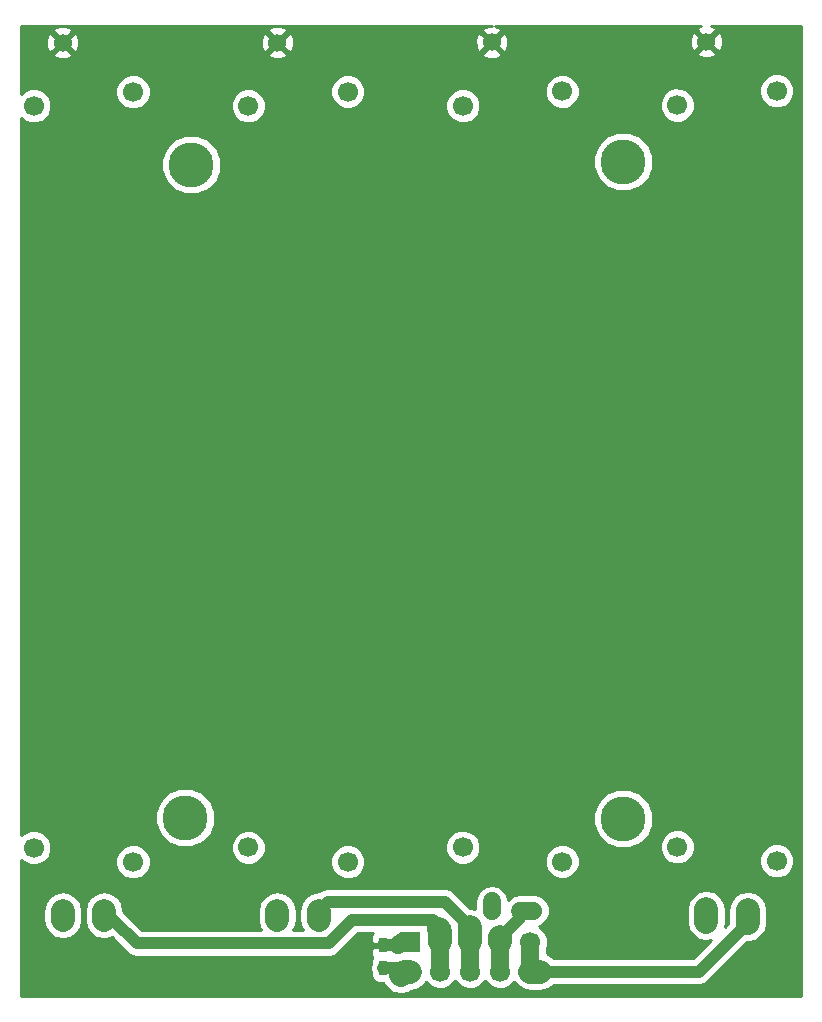
<source format=gbr>
G04 #@! TF.FileFunction,Copper,L1,Top,Signal*
%FSLAX46Y46*%
G04 Gerber Fmt 4.6, Leading zero omitted, Abs format (unit mm)*
G04 Created by KiCad (PCBNEW 4.0.4-stable) date 03/03/17 01:36:37*
%MOMM*%
%LPD*%
G01*
G04 APERTURE LIST*
%ADD10C,0.100000*%
%ADD11R,0.750000X1.200000*%
%ADD12R,1.700000X1.700000*%
%ADD13C,1.700000*%
%ADD14C,1.524000*%
%ADD15C,3.800000*%
%ADD16C,2.000000*%
%ADD17C,1.500000*%
%ADD18C,1.000000*%
%ADD19C,0.254000*%
G04 APERTURE END LIST*
D10*
D11*
X31362000Y3114000D03*
X31362000Y5014000D03*
D12*
X33648000Y5334000D03*
D13*
X33648000Y2794000D03*
X36188000Y5334000D03*
X36188000Y2794000D03*
X38728000Y5334000D03*
X38728000Y2794000D03*
X41268000Y5334000D03*
X41268000Y2794000D03*
X43808000Y5334000D03*
X43808000Y2794000D03*
D14*
X7728400Y7942200D03*
X4228400Y7942200D03*
X4228400Y81442200D03*
D13*
X1778400Y13292200D03*
X10178400Y12092200D03*
X10178400Y77292200D03*
X1778400Y76092200D03*
D14*
X25895800Y7950200D03*
X22395800Y7950200D03*
X22395800Y81450200D03*
D13*
X19945800Y13300200D03*
X28345800Y12100200D03*
X28345800Y77300200D03*
X19945800Y76100200D03*
D14*
X44056800Y7957800D03*
X40556800Y7957800D03*
X40556800Y81457800D03*
D13*
X38106800Y13307800D03*
X46506800Y12107800D03*
X46506800Y77307800D03*
X38106800Y76107800D03*
D14*
X62217800Y8008600D03*
X58717800Y8008600D03*
X58717800Y81508600D03*
D13*
X56267800Y13358600D03*
X64667800Y12158600D03*
X64667800Y77358600D03*
X56267800Y76158600D03*
D15*
X15106000Y71120000D03*
X51682000Y71374000D03*
X51682000Y15748000D03*
X14598000Y15832999D03*
D16*
X58717800Y8008600D02*
X58717800Y7017800D01*
X22395800Y7950200D02*
X22395800Y7174200D01*
X22395800Y7174200D02*
X22400000Y7170000D01*
X4228400Y7942200D02*
X4228400Y7191600D01*
X4228400Y7191600D02*
X4240000Y7180000D01*
X33648000Y2794000D02*
X33114000Y2794000D01*
X33114000Y2794000D02*
X32840000Y2520000D01*
X58717800Y8008600D02*
X58717800Y8062200D01*
D17*
X40556800Y7957800D02*
X40556800Y8726800D01*
X40556800Y8726800D02*
X40560000Y8730000D01*
D18*
X33328000Y3114000D02*
X33648000Y2794000D01*
X31362000Y3114000D02*
X33328000Y3114000D01*
X31362000Y5014000D02*
X32610000Y5014000D01*
D17*
X33648000Y5334000D02*
X32930000Y5334000D01*
X32930000Y5334000D02*
X32610000Y5014000D01*
X36188000Y5334000D02*
X36188000Y2794000D01*
D18*
X10500610Y5169990D02*
X8490399Y7180201D01*
X26738432Y5169990D02*
X10500610Y5169990D01*
X28752443Y7184001D02*
X26738432Y5169990D01*
X35540080Y7184001D02*
X28752443Y7184001D01*
X8490399Y7180201D02*
X7728400Y7942200D01*
X36188000Y6536081D02*
X35540080Y7184001D01*
X36188000Y5334000D02*
X36188000Y6536081D01*
D16*
X7728400Y7942200D02*
X7728400Y7198400D01*
X7728400Y7198400D02*
X7710000Y7180000D01*
X36188000Y5334000D02*
X36188000Y6247641D01*
X36188000Y6247641D02*
X36043780Y6391861D01*
D17*
X38728000Y5334000D02*
X38728000Y2794000D01*
D16*
X25895800Y7184200D02*
X25910000Y7170000D01*
X25895800Y7950200D02*
X25895800Y7184200D01*
X38728000Y5334000D02*
X38728000Y6536081D01*
D18*
X38728000Y6536081D02*
X36551882Y8712199D01*
X26657799Y8712199D02*
X25895800Y7950200D01*
X36551882Y8712199D02*
X26657799Y8712199D01*
D17*
X41268000Y5334000D02*
X41268000Y2794000D01*
D18*
X42979170Y7333612D02*
X42979170Y7957800D01*
X41268000Y5622442D02*
X42979170Y7333612D01*
X41268000Y5334000D02*
X41268000Y5622442D01*
D17*
X44056800Y7957800D02*
X42979170Y7957800D01*
D16*
X41268000Y5334000D02*
X41268000Y5695799D01*
D17*
X43808000Y5334000D02*
X43808000Y2794000D01*
D16*
X62217800Y8008600D02*
X62217800Y6930970D01*
D18*
X43808000Y2794000D02*
X58080830Y2794000D01*
X58080830Y2794000D02*
X62217800Y6930970D01*
D16*
X43808000Y2794000D02*
X44670000Y2794000D01*
D19*
G36*
X22048432Y82831562D02*
X21664657Y82672597D01*
X21595192Y82430413D01*
X22395800Y81629805D01*
X23196408Y82430413D01*
X23126943Y82672597D01*
X22612871Y82856000D01*
X40545844Y82856000D01*
X40209432Y82839162D01*
X39825657Y82680197D01*
X39756192Y82438013D01*
X40556800Y81637405D01*
X41357408Y82438013D01*
X41287943Y82680197D01*
X40795174Y82856000D01*
X58288441Y82856000D01*
X57986657Y82730997D01*
X57917192Y82488813D01*
X58717800Y81688205D01*
X59518408Y82488813D01*
X59448943Y82730997D01*
X59098564Y82856000D01*
X66720000Y82856000D01*
X66720000Y710000D01*
X700000Y710000D01*
X700000Y7191600D01*
X2593399Y7191600D01*
X2717857Y6565912D01*
X3072280Y6035480D01*
X3083880Y6023880D01*
X3614312Y5669457D01*
X4240000Y5544999D01*
X4865688Y5669457D01*
X5396120Y6023880D01*
X5750543Y6554312D01*
X5875001Y7180000D01*
X6074999Y7180000D01*
X6199457Y6554312D01*
X6553880Y6023880D01*
X7084312Y5669457D01*
X7710000Y5544999D01*
X8335688Y5669457D01*
X8371849Y5693619D01*
X9698044Y4367424D01*
X10066265Y4121386D01*
X10500610Y4034990D01*
X26738432Y4034990D01*
X27172778Y4121387D01*
X27540998Y4367424D01*
X29222575Y6049001D01*
X30523976Y6049001D01*
X30448673Y5973698D01*
X30352000Y5740309D01*
X30352000Y5299750D01*
X30510750Y5141000D01*
X31235000Y5141000D01*
X31235000Y5161000D01*
X31489000Y5161000D01*
X31489000Y5141000D01*
X31509000Y5141000D01*
X31509000Y4887000D01*
X31489000Y4887000D01*
X31489000Y4867000D01*
X31235000Y4867000D01*
X31235000Y4887000D01*
X30510750Y4887000D01*
X30352000Y4728250D01*
X30352000Y4287691D01*
X30448673Y4054302D01*
X30450043Y4052932D01*
X30390569Y3965890D01*
X30339560Y3714000D01*
X30339560Y3587502D01*
X30313397Y3548346D01*
X30227000Y3114000D01*
X30313397Y2679654D01*
X30339560Y2640498D01*
X30339560Y2514000D01*
X30383838Y2278683D01*
X30522910Y2062559D01*
X30735110Y1917569D01*
X30987000Y1866560D01*
X31348000Y1866560D01*
X31683880Y1363880D01*
X32214312Y1009457D01*
X32840000Y884999D01*
X33465688Y1009457D01*
X33707084Y1170753D01*
X34273687Y1283457D01*
X34804120Y1637880D01*
X34980426Y1901741D01*
X35345717Y1535812D01*
X35891319Y1309258D01*
X36482089Y1308743D01*
X37028086Y1534344D01*
X37446188Y1951717D01*
X37457748Y1979557D01*
X37468344Y1953914D01*
X37885717Y1535812D01*
X38431319Y1309258D01*
X39022089Y1308743D01*
X39568086Y1534344D01*
X39986188Y1951717D01*
X39997748Y1979557D01*
X40008344Y1953914D01*
X40425717Y1535812D01*
X40971319Y1309258D01*
X41562089Y1308743D01*
X42108086Y1534344D01*
X42475794Y1901411D01*
X42651880Y1637880D01*
X43182313Y1283457D01*
X43808000Y1159000D01*
X44670000Y1159000D01*
X45295687Y1283457D01*
X45826120Y1637880D01*
X45840232Y1659000D01*
X58080830Y1659000D01*
X58515176Y1745397D01*
X58883396Y1991434D01*
X62192887Y5300925D01*
X62217800Y5295970D01*
X62843487Y5420427D01*
X63373920Y5774850D01*
X63728343Y6305283D01*
X63852800Y6930970D01*
X63852800Y8008600D01*
X63728343Y8634287D01*
X63373920Y9164720D01*
X62843487Y9519143D01*
X62217800Y9643600D01*
X61592113Y9519143D01*
X61061680Y9164720D01*
X60707257Y8634287D01*
X60582800Y8008600D01*
X60582800Y6930970D01*
X60587755Y6906057D01*
X60266714Y6585016D01*
X60352800Y7017800D01*
X60352800Y8062200D01*
X60228343Y8687887D01*
X59873920Y9218320D01*
X59343487Y9572743D01*
X58717800Y9697200D01*
X58092113Y9572743D01*
X57561680Y9218320D01*
X57207257Y8687887D01*
X57082800Y8062200D01*
X57082800Y7017800D01*
X57207257Y6392113D01*
X57561680Y5861680D01*
X58092113Y5507257D01*
X58717800Y5382800D01*
X59150584Y5468886D01*
X57610698Y3929000D01*
X45840232Y3929000D01*
X45826120Y3950120D01*
X45295687Y4304543D01*
X45193000Y4324969D01*
X45193000Y4797114D01*
X45292742Y5037319D01*
X45293257Y5628089D01*
X45067656Y6174086D01*
X44650283Y6592188D01*
X44530444Y6641950D01*
X44847103Y6772790D01*
X45240429Y7165430D01*
X45453557Y7678700D01*
X45454042Y8234461D01*
X45241810Y8748103D01*
X44849170Y9141429D01*
X44335900Y9354557D01*
X43780139Y9355042D01*
X43750511Y9342800D01*
X42979170Y9342800D01*
X42449153Y9237373D01*
X41999827Y8937143D01*
X41925826Y8826393D01*
X41839573Y9260016D01*
X41539343Y9709343D01*
X41090016Y10009573D01*
X40560000Y10115000D01*
X40029984Y10009573D01*
X39580657Y9709343D01*
X39577457Y9706143D01*
X39277227Y9256817D01*
X39171800Y8726800D01*
X39171800Y8265214D01*
X39160043Y8236900D01*
X39159911Y8085169D01*
X38728000Y8171081D01*
X38703087Y8166126D01*
X37354448Y9514765D01*
X37267678Y9572743D01*
X36986228Y9760802D01*
X36551882Y9847199D01*
X26657799Y9847199D01*
X26223453Y9760802D01*
X25945770Y9575260D01*
X25895800Y9585200D01*
X25270113Y9460743D01*
X24739680Y9106320D01*
X24385257Y8575887D01*
X24260800Y7950200D01*
X24260800Y7184205D01*
X24260799Y7184200D01*
X24385257Y6558512D01*
X24554655Y6304990D01*
X23750633Y6304990D01*
X23910543Y6544312D01*
X24035001Y7170000D01*
X24030800Y7191120D01*
X24030800Y7950200D01*
X23906343Y8575887D01*
X23551920Y9106320D01*
X23021487Y9460743D01*
X22395800Y9585200D01*
X21770113Y9460743D01*
X21239680Y9106320D01*
X20885257Y8575887D01*
X20760800Y7950200D01*
X20760800Y7174205D01*
X20760799Y7174200D01*
X20885257Y6548512D01*
X21047973Y6304990D01*
X10970742Y6304990D01*
X9363400Y7912332D01*
X9363400Y7942200D01*
X9238943Y8567887D01*
X8884520Y9098320D01*
X8354087Y9452743D01*
X7728400Y9577200D01*
X7102713Y9452743D01*
X6572280Y9098320D01*
X6217857Y8567887D01*
X6093400Y7942200D01*
X6093400Y7272507D01*
X6074999Y7180000D01*
X5875001Y7180000D01*
X5863400Y7238322D01*
X5863400Y7942200D01*
X5738943Y8567887D01*
X5384520Y9098320D01*
X4854087Y9452743D01*
X4228400Y9577200D01*
X3602713Y9452743D01*
X3072280Y9098320D01*
X2717857Y8567887D01*
X2593400Y7942200D01*
X2593400Y7191605D01*
X2593399Y7191600D01*
X700000Y7191600D01*
X700000Y11798111D01*
X8693143Y11798111D01*
X8918744Y11252114D01*
X9336117Y10834012D01*
X9881719Y10607458D01*
X10472489Y10606943D01*
X11018486Y10832544D01*
X11436588Y11249917D01*
X11663142Y11795519D01*
X11663151Y11806111D01*
X26860543Y11806111D01*
X27086144Y11260114D01*
X27503517Y10842012D01*
X28049119Y10615458D01*
X28639889Y10614943D01*
X29185886Y10840544D01*
X29603988Y11257917D01*
X29830542Y11803519D01*
X29830550Y11813711D01*
X45021543Y11813711D01*
X45247144Y11267714D01*
X45664517Y10849612D01*
X46210119Y10623058D01*
X46800889Y10622543D01*
X47346886Y10848144D01*
X47764988Y11265517D01*
X47991542Y11811119D01*
X47991588Y11864511D01*
X63182543Y11864511D01*
X63408144Y11318514D01*
X63825517Y10900412D01*
X64371119Y10673858D01*
X64961889Y10673343D01*
X65507886Y10898944D01*
X65925988Y11316317D01*
X66152542Y11861919D01*
X66153057Y12452689D01*
X65927456Y12998686D01*
X65510083Y13416788D01*
X64964481Y13643342D01*
X64373711Y13643857D01*
X63827714Y13418256D01*
X63409612Y13000883D01*
X63183058Y12455281D01*
X63182543Y11864511D01*
X47991588Y11864511D01*
X47992057Y12401889D01*
X47766456Y12947886D01*
X47650035Y13064511D01*
X54782543Y13064511D01*
X55008144Y12518514D01*
X55425517Y12100412D01*
X55971119Y11873858D01*
X56561889Y11873343D01*
X57107886Y12098944D01*
X57525988Y12516317D01*
X57752542Y13061919D01*
X57753057Y13652689D01*
X57527456Y14198686D01*
X57110083Y14616788D01*
X56564481Y14843342D01*
X55973711Y14843857D01*
X55427714Y14618256D01*
X55009612Y14200883D01*
X54783058Y13655281D01*
X54782543Y13064511D01*
X47650035Y13064511D01*
X47349083Y13365988D01*
X46803481Y13592542D01*
X46212711Y13593057D01*
X45666714Y13367456D01*
X45248612Y12950083D01*
X45022058Y12404481D01*
X45021543Y11813711D01*
X29830550Y11813711D01*
X29831057Y12394289D01*
X29605456Y12940286D01*
X29532160Y13013711D01*
X36621543Y13013711D01*
X36847144Y12467714D01*
X37264517Y12049612D01*
X37810119Y11823058D01*
X38400889Y11822543D01*
X38946886Y12048144D01*
X39364988Y12465517D01*
X39591542Y13011119D01*
X39592057Y13601889D01*
X39366456Y14147886D01*
X38949083Y14565988D01*
X38403481Y14792542D01*
X37812711Y14793057D01*
X37266714Y14567456D01*
X36848612Y14150083D01*
X36622058Y13604481D01*
X36621543Y13013711D01*
X29532160Y13013711D01*
X29188083Y13358388D01*
X28642481Y13584942D01*
X28051711Y13585457D01*
X27505714Y13359856D01*
X27087612Y12942483D01*
X26861058Y12396881D01*
X26860543Y11806111D01*
X11663151Y11806111D01*
X11663657Y12386289D01*
X11438056Y12932286D01*
X11364360Y13006111D01*
X18460543Y13006111D01*
X18686144Y12460114D01*
X19103517Y12042012D01*
X19649119Y11815458D01*
X20239889Y11814943D01*
X20785886Y12040544D01*
X21203988Y12457917D01*
X21430542Y13003519D01*
X21431057Y13594289D01*
X21205456Y14140286D01*
X20788083Y14558388D01*
X20242481Y14784942D01*
X19651711Y14785457D01*
X19105714Y14559856D01*
X18687612Y14142483D01*
X18461058Y13596881D01*
X18460543Y13006111D01*
X11364360Y13006111D01*
X11020683Y13350388D01*
X10475081Y13576942D01*
X9884311Y13577457D01*
X9338314Y13351856D01*
X8920212Y12934483D01*
X8693658Y12388881D01*
X8693143Y11798111D01*
X700000Y11798111D01*
X700000Y12270541D01*
X936117Y12034012D01*
X1481719Y11807458D01*
X2072489Y11806943D01*
X2618486Y12032544D01*
X3036588Y12449917D01*
X3263142Y12995519D01*
X3263657Y13586289D01*
X3038056Y14132286D01*
X2620683Y14550388D01*
X2075081Y14776942D01*
X1484311Y14777457D01*
X938314Y14551856D01*
X700000Y14313958D01*
X700000Y15330968D01*
X12062561Y15330968D01*
X12447678Y14398913D01*
X13160163Y13685183D01*
X14091545Y13298440D01*
X15100031Y13297560D01*
X16032086Y13682677D01*
X16745816Y14395162D01*
X17099101Y15245969D01*
X49146561Y15245969D01*
X49531678Y14313914D01*
X50244163Y13600184D01*
X51175545Y13213441D01*
X52184031Y13212561D01*
X53116086Y13597678D01*
X53829816Y14310163D01*
X54216559Y15241545D01*
X54217439Y16250031D01*
X53832322Y17182086D01*
X53119837Y17895816D01*
X52188455Y18282559D01*
X51179969Y18283439D01*
X50247914Y17898322D01*
X49534184Y17185837D01*
X49147441Y16254455D01*
X49146561Y15245969D01*
X17099101Y15245969D01*
X17132559Y15326544D01*
X17133439Y16335030D01*
X16748322Y17267085D01*
X16035837Y17980815D01*
X15104455Y18367558D01*
X14095969Y18368438D01*
X13163914Y17983321D01*
X12450184Y17270836D01*
X12063441Y16339454D01*
X12062561Y15330968D01*
X700000Y15330968D01*
X700000Y70617969D01*
X12570561Y70617969D01*
X12955678Y69685914D01*
X13668163Y68972184D01*
X14599545Y68585441D01*
X15608031Y68584561D01*
X16540086Y68969678D01*
X17253816Y69682163D01*
X17640559Y70613545D01*
X17640784Y70871969D01*
X49146561Y70871969D01*
X49531678Y69939914D01*
X50244163Y69226184D01*
X51175545Y68839441D01*
X52184031Y68838561D01*
X53116086Y69223678D01*
X53829816Y69936163D01*
X54216559Y70867545D01*
X54217439Y71876031D01*
X53832322Y72808086D01*
X53119837Y73521816D01*
X52188455Y73908559D01*
X51179969Y73909439D01*
X50247914Y73524322D01*
X49534184Y72811837D01*
X49147441Y71880455D01*
X49146561Y70871969D01*
X17640784Y70871969D01*
X17641439Y71622031D01*
X17256322Y72554086D01*
X16543837Y73267816D01*
X15612455Y73654559D01*
X14603969Y73655439D01*
X13671914Y73270322D01*
X12958184Y72557837D01*
X12571441Y71626455D01*
X12570561Y70617969D01*
X700000Y70617969D01*
X700000Y75070541D01*
X936117Y74834012D01*
X1481719Y74607458D01*
X2072489Y74606943D01*
X2618486Y74832544D01*
X3036588Y75249917D01*
X3263142Y75795519D01*
X3263151Y75806111D01*
X18460543Y75806111D01*
X18686144Y75260114D01*
X19103517Y74842012D01*
X19649119Y74615458D01*
X20239889Y74614943D01*
X20785886Y74840544D01*
X21203988Y75257917D01*
X21430542Y75803519D01*
X21430550Y75813711D01*
X36621543Y75813711D01*
X36847144Y75267714D01*
X37264517Y74849612D01*
X37810119Y74623058D01*
X38400889Y74622543D01*
X38946886Y74848144D01*
X39364988Y75265517D01*
X39591542Y75811119D01*
X39592057Y76401889D01*
X39366456Y76947886D01*
X39300746Y77013711D01*
X45021543Y77013711D01*
X45247144Y76467714D01*
X45664517Y76049612D01*
X46210119Y75823058D01*
X46800889Y75822543D01*
X46902459Y75864511D01*
X54782543Y75864511D01*
X55008144Y75318514D01*
X55425517Y74900412D01*
X55971119Y74673858D01*
X56561889Y74673343D01*
X57107886Y74898944D01*
X57525988Y75316317D01*
X57752542Y75861919D01*
X57753057Y76452689D01*
X57527456Y76998686D01*
X57461746Y77064511D01*
X63182543Y77064511D01*
X63408144Y76518514D01*
X63825517Y76100412D01*
X64371119Y75873858D01*
X64961889Y75873343D01*
X65507886Y76098944D01*
X65925988Y76516317D01*
X66152542Y77061919D01*
X66153057Y77652689D01*
X65927456Y78198686D01*
X65510083Y78616788D01*
X64964481Y78843342D01*
X64373711Y78843857D01*
X63827714Y78618256D01*
X63409612Y78200883D01*
X63183058Y77655281D01*
X63182543Y77064511D01*
X57461746Y77064511D01*
X57110083Y77416788D01*
X56564481Y77643342D01*
X55973711Y77643857D01*
X55427714Y77418256D01*
X55009612Y77000883D01*
X54783058Y76455281D01*
X54782543Y75864511D01*
X46902459Y75864511D01*
X47346886Y76048144D01*
X47764988Y76465517D01*
X47991542Y77011119D01*
X47992057Y77601889D01*
X47766456Y78147886D01*
X47349083Y78565988D01*
X46803481Y78792542D01*
X46212711Y78793057D01*
X45666714Y78567456D01*
X45248612Y78150083D01*
X45022058Y77604481D01*
X45021543Y77013711D01*
X39300746Y77013711D01*
X38949083Y77365988D01*
X38403481Y77592542D01*
X37812711Y77593057D01*
X37266714Y77367456D01*
X36848612Y76950083D01*
X36622058Y76404481D01*
X36621543Y75813711D01*
X21430550Y75813711D01*
X21431057Y76394289D01*
X21205456Y76940286D01*
X21139746Y77006111D01*
X26860543Y77006111D01*
X27086144Y76460114D01*
X27503517Y76042012D01*
X28049119Y75815458D01*
X28639889Y75814943D01*
X29185886Y76040544D01*
X29603988Y76457917D01*
X29830542Y77003519D01*
X29831057Y77594289D01*
X29605456Y78140286D01*
X29188083Y78558388D01*
X28642481Y78784942D01*
X28051711Y78785457D01*
X27505714Y78559856D01*
X27087612Y78142483D01*
X26861058Y77596881D01*
X26860543Y77006111D01*
X21139746Y77006111D01*
X20788083Y77358388D01*
X20242481Y77584942D01*
X19651711Y77585457D01*
X19105714Y77359856D01*
X18687612Y76942483D01*
X18461058Y76396881D01*
X18460543Y75806111D01*
X3263151Y75806111D01*
X3263657Y76386289D01*
X3038056Y76932286D01*
X2972346Y76998111D01*
X8693143Y76998111D01*
X8918744Y76452114D01*
X9336117Y76034012D01*
X9881719Y75807458D01*
X10472489Y75806943D01*
X11018486Y76032544D01*
X11436588Y76449917D01*
X11663142Y76995519D01*
X11663657Y77586289D01*
X11438056Y78132286D01*
X11020683Y78550388D01*
X10475081Y78776942D01*
X9884311Y78777457D01*
X9338314Y78551856D01*
X8920212Y78134483D01*
X8693658Y77588881D01*
X8693143Y76998111D01*
X2972346Y76998111D01*
X2620683Y77350388D01*
X2075081Y77576942D01*
X1484311Y77577457D01*
X938314Y77351856D01*
X700000Y77113958D01*
X700000Y80461987D01*
X3427792Y80461987D01*
X3497257Y80219803D01*
X4020702Y80033056D01*
X4575768Y80060838D01*
X4959543Y80219803D01*
X5029008Y80461987D01*
X5021008Y80469987D01*
X21595192Y80469987D01*
X21664657Y80227803D01*
X22188102Y80041056D01*
X22743168Y80068838D01*
X23126943Y80227803D01*
X23196408Y80469987D01*
X23188808Y80477587D01*
X39756192Y80477587D01*
X39825657Y80235403D01*
X40349102Y80048656D01*
X40904168Y80076438D01*
X41287943Y80235403D01*
X41357408Y80477587D01*
X41306608Y80528387D01*
X57917192Y80528387D01*
X57986657Y80286203D01*
X58510102Y80099456D01*
X59065168Y80127238D01*
X59448943Y80286203D01*
X59518408Y80528387D01*
X58717800Y81328995D01*
X57917192Y80528387D01*
X41306608Y80528387D01*
X40556800Y81278195D01*
X39756192Y80477587D01*
X23188808Y80477587D01*
X22395800Y81270595D01*
X21595192Y80469987D01*
X5021008Y80469987D01*
X4228400Y81262595D01*
X3427792Y80461987D01*
X700000Y80461987D01*
X700000Y81649898D01*
X2819256Y81649898D01*
X2847038Y81094832D01*
X3006003Y80711057D01*
X3248187Y80641592D01*
X4048795Y81442200D01*
X4408005Y81442200D01*
X5208613Y80641592D01*
X5450797Y80711057D01*
X5637544Y81234502D01*
X5616353Y81657898D01*
X20986656Y81657898D01*
X21014438Y81102832D01*
X21173403Y80719057D01*
X21415587Y80649592D01*
X22216195Y81450200D01*
X22575405Y81450200D01*
X23376013Y80649592D01*
X23618197Y80719057D01*
X23804944Y81242502D01*
X23783773Y81665498D01*
X39147656Y81665498D01*
X39175438Y81110432D01*
X39334403Y80726657D01*
X39576587Y80657192D01*
X40377195Y81457800D01*
X40736405Y81457800D01*
X41537013Y80657192D01*
X41779197Y80726657D01*
X41965944Y81250102D01*
X41942611Y81716298D01*
X57308656Y81716298D01*
X57336438Y81161232D01*
X57495403Y80777457D01*
X57737587Y80707992D01*
X58538195Y81508600D01*
X58897405Y81508600D01*
X59698013Y80707992D01*
X59940197Y80777457D01*
X60126944Y81300902D01*
X60099162Y81855968D01*
X59940197Y82239743D01*
X59698013Y82309208D01*
X58897405Y81508600D01*
X58538195Y81508600D01*
X57737587Y82309208D01*
X57495403Y82239743D01*
X57308656Y81716298D01*
X41942611Y81716298D01*
X41938162Y81805168D01*
X41779197Y82188943D01*
X41537013Y82258408D01*
X40736405Y81457800D01*
X40377195Y81457800D01*
X39576587Y82258408D01*
X39334403Y82188943D01*
X39147656Y81665498D01*
X23783773Y81665498D01*
X23777162Y81797568D01*
X23618197Y82181343D01*
X23376013Y82250808D01*
X22575405Y81450200D01*
X22216195Y81450200D01*
X21415587Y82250808D01*
X21173403Y82181343D01*
X20986656Y81657898D01*
X5616353Y81657898D01*
X5609762Y81789568D01*
X5450797Y82173343D01*
X5208613Y82242808D01*
X4408005Y81442200D01*
X4048795Y81442200D01*
X3248187Y82242808D01*
X3006003Y82173343D01*
X2819256Y81649898D01*
X700000Y81649898D01*
X700000Y82422413D01*
X3427792Y82422413D01*
X4228400Y81621805D01*
X5029008Y82422413D01*
X4959543Y82664597D01*
X4436098Y82851344D01*
X3881032Y82823562D01*
X3497257Y82664597D01*
X3427792Y82422413D01*
X700000Y82422413D01*
X700000Y82856000D01*
X22536687Y82856000D01*
X22048432Y82831562D01*
X22048432Y82831562D01*
G37*
X22048432Y82831562D02*
X21664657Y82672597D01*
X21595192Y82430413D01*
X22395800Y81629805D01*
X23196408Y82430413D01*
X23126943Y82672597D01*
X22612871Y82856000D01*
X40545844Y82856000D01*
X40209432Y82839162D01*
X39825657Y82680197D01*
X39756192Y82438013D01*
X40556800Y81637405D01*
X41357408Y82438013D01*
X41287943Y82680197D01*
X40795174Y82856000D01*
X58288441Y82856000D01*
X57986657Y82730997D01*
X57917192Y82488813D01*
X58717800Y81688205D01*
X59518408Y82488813D01*
X59448943Y82730997D01*
X59098564Y82856000D01*
X66720000Y82856000D01*
X66720000Y710000D01*
X700000Y710000D01*
X700000Y7191600D01*
X2593399Y7191600D01*
X2717857Y6565912D01*
X3072280Y6035480D01*
X3083880Y6023880D01*
X3614312Y5669457D01*
X4240000Y5544999D01*
X4865688Y5669457D01*
X5396120Y6023880D01*
X5750543Y6554312D01*
X5875001Y7180000D01*
X6074999Y7180000D01*
X6199457Y6554312D01*
X6553880Y6023880D01*
X7084312Y5669457D01*
X7710000Y5544999D01*
X8335688Y5669457D01*
X8371849Y5693619D01*
X9698044Y4367424D01*
X10066265Y4121386D01*
X10500610Y4034990D01*
X26738432Y4034990D01*
X27172778Y4121387D01*
X27540998Y4367424D01*
X29222575Y6049001D01*
X30523976Y6049001D01*
X30448673Y5973698D01*
X30352000Y5740309D01*
X30352000Y5299750D01*
X30510750Y5141000D01*
X31235000Y5141000D01*
X31235000Y5161000D01*
X31489000Y5161000D01*
X31489000Y5141000D01*
X31509000Y5141000D01*
X31509000Y4887000D01*
X31489000Y4887000D01*
X31489000Y4867000D01*
X31235000Y4867000D01*
X31235000Y4887000D01*
X30510750Y4887000D01*
X30352000Y4728250D01*
X30352000Y4287691D01*
X30448673Y4054302D01*
X30450043Y4052932D01*
X30390569Y3965890D01*
X30339560Y3714000D01*
X30339560Y3587502D01*
X30313397Y3548346D01*
X30227000Y3114000D01*
X30313397Y2679654D01*
X30339560Y2640498D01*
X30339560Y2514000D01*
X30383838Y2278683D01*
X30522910Y2062559D01*
X30735110Y1917569D01*
X30987000Y1866560D01*
X31348000Y1866560D01*
X31683880Y1363880D01*
X32214312Y1009457D01*
X32840000Y884999D01*
X33465688Y1009457D01*
X33707084Y1170753D01*
X34273687Y1283457D01*
X34804120Y1637880D01*
X34980426Y1901741D01*
X35345717Y1535812D01*
X35891319Y1309258D01*
X36482089Y1308743D01*
X37028086Y1534344D01*
X37446188Y1951717D01*
X37457748Y1979557D01*
X37468344Y1953914D01*
X37885717Y1535812D01*
X38431319Y1309258D01*
X39022089Y1308743D01*
X39568086Y1534344D01*
X39986188Y1951717D01*
X39997748Y1979557D01*
X40008344Y1953914D01*
X40425717Y1535812D01*
X40971319Y1309258D01*
X41562089Y1308743D01*
X42108086Y1534344D01*
X42475794Y1901411D01*
X42651880Y1637880D01*
X43182313Y1283457D01*
X43808000Y1159000D01*
X44670000Y1159000D01*
X45295687Y1283457D01*
X45826120Y1637880D01*
X45840232Y1659000D01*
X58080830Y1659000D01*
X58515176Y1745397D01*
X58883396Y1991434D01*
X62192887Y5300925D01*
X62217800Y5295970D01*
X62843487Y5420427D01*
X63373920Y5774850D01*
X63728343Y6305283D01*
X63852800Y6930970D01*
X63852800Y8008600D01*
X63728343Y8634287D01*
X63373920Y9164720D01*
X62843487Y9519143D01*
X62217800Y9643600D01*
X61592113Y9519143D01*
X61061680Y9164720D01*
X60707257Y8634287D01*
X60582800Y8008600D01*
X60582800Y6930970D01*
X60587755Y6906057D01*
X60266714Y6585016D01*
X60352800Y7017800D01*
X60352800Y8062200D01*
X60228343Y8687887D01*
X59873920Y9218320D01*
X59343487Y9572743D01*
X58717800Y9697200D01*
X58092113Y9572743D01*
X57561680Y9218320D01*
X57207257Y8687887D01*
X57082800Y8062200D01*
X57082800Y7017800D01*
X57207257Y6392113D01*
X57561680Y5861680D01*
X58092113Y5507257D01*
X58717800Y5382800D01*
X59150584Y5468886D01*
X57610698Y3929000D01*
X45840232Y3929000D01*
X45826120Y3950120D01*
X45295687Y4304543D01*
X45193000Y4324969D01*
X45193000Y4797114D01*
X45292742Y5037319D01*
X45293257Y5628089D01*
X45067656Y6174086D01*
X44650283Y6592188D01*
X44530444Y6641950D01*
X44847103Y6772790D01*
X45240429Y7165430D01*
X45453557Y7678700D01*
X45454042Y8234461D01*
X45241810Y8748103D01*
X44849170Y9141429D01*
X44335900Y9354557D01*
X43780139Y9355042D01*
X43750511Y9342800D01*
X42979170Y9342800D01*
X42449153Y9237373D01*
X41999827Y8937143D01*
X41925826Y8826393D01*
X41839573Y9260016D01*
X41539343Y9709343D01*
X41090016Y10009573D01*
X40560000Y10115000D01*
X40029984Y10009573D01*
X39580657Y9709343D01*
X39577457Y9706143D01*
X39277227Y9256817D01*
X39171800Y8726800D01*
X39171800Y8265214D01*
X39160043Y8236900D01*
X39159911Y8085169D01*
X38728000Y8171081D01*
X38703087Y8166126D01*
X37354448Y9514765D01*
X37267678Y9572743D01*
X36986228Y9760802D01*
X36551882Y9847199D01*
X26657799Y9847199D01*
X26223453Y9760802D01*
X25945770Y9575260D01*
X25895800Y9585200D01*
X25270113Y9460743D01*
X24739680Y9106320D01*
X24385257Y8575887D01*
X24260800Y7950200D01*
X24260800Y7184205D01*
X24260799Y7184200D01*
X24385257Y6558512D01*
X24554655Y6304990D01*
X23750633Y6304990D01*
X23910543Y6544312D01*
X24035001Y7170000D01*
X24030800Y7191120D01*
X24030800Y7950200D01*
X23906343Y8575887D01*
X23551920Y9106320D01*
X23021487Y9460743D01*
X22395800Y9585200D01*
X21770113Y9460743D01*
X21239680Y9106320D01*
X20885257Y8575887D01*
X20760800Y7950200D01*
X20760800Y7174205D01*
X20760799Y7174200D01*
X20885257Y6548512D01*
X21047973Y6304990D01*
X10970742Y6304990D01*
X9363400Y7912332D01*
X9363400Y7942200D01*
X9238943Y8567887D01*
X8884520Y9098320D01*
X8354087Y9452743D01*
X7728400Y9577200D01*
X7102713Y9452743D01*
X6572280Y9098320D01*
X6217857Y8567887D01*
X6093400Y7942200D01*
X6093400Y7272507D01*
X6074999Y7180000D01*
X5875001Y7180000D01*
X5863400Y7238322D01*
X5863400Y7942200D01*
X5738943Y8567887D01*
X5384520Y9098320D01*
X4854087Y9452743D01*
X4228400Y9577200D01*
X3602713Y9452743D01*
X3072280Y9098320D01*
X2717857Y8567887D01*
X2593400Y7942200D01*
X2593400Y7191605D01*
X2593399Y7191600D01*
X700000Y7191600D01*
X700000Y11798111D01*
X8693143Y11798111D01*
X8918744Y11252114D01*
X9336117Y10834012D01*
X9881719Y10607458D01*
X10472489Y10606943D01*
X11018486Y10832544D01*
X11436588Y11249917D01*
X11663142Y11795519D01*
X11663151Y11806111D01*
X26860543Y11806111D01*
X27086144Y11260114D01*
X27503517Y10842012D01*
X28049119Y10615458D01*
X28639889Y10614943D01*
X29185886Y10840544D01*
X29603988Y11257917D01*
X29830542Y11803519D01*
X29830550Y11813711D01*
X45021543Y11813711D01*
X45247144Y11267714D01*
X45664517Y10849612D01*
X46210119Y10623058D01*
X46800889Y10622543D01*
X47346886Y10848144D01*
X47764988Y11265517D01*
X47991542Y11811119D01*
X47991588Y11864511D01*
X63182543Y11864511D01*
X63408144Y11318514D01*
X63825517Y10900412D01*
X64371119Y10673858D01*
X64961889Y10673343D01*
X65507886Y10898944D01*
X65925988Y11316317D01*
X66152542Y11861919D01*
X66153057Y12452689D01*
X65927456Y12998686D01*
X65510083Y13416788D01*
X64964481Y13643342D01*
X64373711Y13643857D01*
X63827714Y13418256D01*
X63409612Y13000883D01*
X63183058Y12455281D01*
X63182543Y11864511D01*
X47991588Y11864511D01*
X47992057Y12401889D01*
X47766456Y12947886D01*
X47650035Y13064511D01*
X54782543Y13064511D01*
X55008144Y12518514D01*
X55425517Y12100412D01*
X55971119Y11873858D01*
X56561889Y11873343D01*
X57107886Y12098944D01*
X57525988Y12516317D01*
X57752542Y13061919D01*
X57753057Y13652689D01*
X57527456Y14198686D01*
X57110083Y14616788D01*
X56564481Y14843342D01*
X55973711Y14843857D01*
X55427714Y14618256D01*
X55009612Y14200883D01*
X54783058Y13655281D01*
X54782543Y13064511D01*
X47650035Y13064511D01*
X47349083Y13365988D01*
X46803481Y13592542D01*
X46212711Y13593057D01*
X45666714Y13367456D01*
X45248612Y12950083D01*
X45022058Y12404481D01*
X45021543Y11813711D01*
X29830550Y11813711D01*
X29831057Y12394289D01*
X29605456Y12940286D01*
X29532160Y13013711D01*
X36621543Y13013711D01*
X36847144Y12467714D01*
X37264517Y12049612D01*
X37810119Y11823058D01*
X38400889Y11822543D01*
X38946886Y12048144D01*
X39364988Y12465517D01*
X39591542Y13011119D01*
X39592057Y13601889D01*
X39366456Y14147886D01*
X38949083Y14565988D01*
X38403481Y14792542D01*
X37812711Y14793057D01*
X37266714Y14567456D01*
X36848612Y14150083D01*
X36622058Y13604481D01*
X36621543Y13013711D01*
X29532160Y13013711D01*
X29188083Y13358388D01*
X28642481Y13584942D01*
X28051711Y13585457D01*
X27505714Y13359856D01*
X27087612Y12942483D01*
X26861058Y12396881D01*
X26860543Y11806111D01*
X11663151Y11806111D01*
X11663657Y12386289D01*
X11438056Y12932286D01*
X11364360Y13006111D01*
X18460543Y13006111D01*
X18686144Y12460114D01*
X19103517Y12042012D01*
X19649119Y11815458D01*
X20239889Y11814943D01*
X20785886Y12040544D01*
X21203988Y12457917D01*
X21430542Y13003519D01*
X21431057Y13594289D01*
X21205456Y14140286D01*
X20788083Y14558388D01*
X20242481Y14784942D01*
X19651711Y14785457D01*
X19105714Y14559856D01*
X18687612Y14142483D01*
X18461058Y13596881D01*
X18460543Y13006111D01*
X11364360Y13006111D01*
X11020683Y13350388D01*
X10475081Y13576942D01*
X9884311Y13577457D01*
X9338314Y13351856D01*
X8920212Y12934483D01*
X8693658Y12388881D01*
X8693143Y11798111D01*
X700000Y11798111D01*
X700000Y12270541D01*
X936117Y12034012D01*
X1481719Y11807458D01*
X2072489Y11806943D01*
X2618486Y12032544D01*
X3036588Y12449917D01*
X3263142Y12995519D01*
X3263657Y13586289D01*
X3038056Y14132286D01*
X2620683Y14550388D01*
X2075081Y14776942D01*
X1484311Y14777457D01*
X938314Y14551856D01*
X700000Y14313958D01*
X700000Y15330968D01*
X12062561Y15330968D01*
X12447678Y14398913D01*
X13160163Y13685183D01*
X14091545Y13298440D01*
X15100031Y13297560D01*
X16032086Y13682677D01*
X16745816Y14395162D01*
X17099101Y15245969D01*
X49146561Y15245969D01*
X49531678Y14313914D01*
X50244163Y13600184D01*
X51175545Y13213441D01*
X52184031Y13212561D01*
X53116086Y13597678D01*
X53829816Y14310163D01*
X54216559Y15241545D01*
X54217439Y16250031D01*
X53832322Y17182086D01*
X53119837Y17895816D01*
X52188455Y18282559D01*
X51179969Y18283439D01*
X50247914Y17898322D01*
X49534184Y17185837D01*
X49147441Y16254455D01*
X49146561Y15245969D01*
X17099101Y15245969D01*
X17132559Y15326544D01*
X17133439Y16335030D01*
X16748322Y17267085D01*
X16035837Y17980815D01*
X15104455Y18367558D01*
X14095969Y18368438D01*
X13163914Y17983321D01*
X12450184Y17270836D01*
X12063441Y16339454D01*
X12062561Y15330968D01*
X700000Y15330968D01*
X700000Y70617969D01*
X12570561Y70617969D01*
X12955678Y69685914D01*
X13668163Y68972184D01*
X14599545Y68585441D01*
X15608031Y68584561D01*
X16540086Y68969678D01*
X17253816Y69682163D01*
X17640559Y70613545D01*
X17640784Y70871969D01*
X49146561Y70871969D01*
X49531678Y69939914D01*
X50244163Y69226184D01*
X51175545Y68839441D01*
X52184031Y68838561D01*
X53116086Y69223678D01*
X53829816Y69936163D01*
X54216559Y70867545D01*
X54217439Y71876031D01*
X53832322Y72808086D01*
X53119837Y73521816D01*
X52188455Y73908559D01*
X51179969Y73909439D01*
X50247914Y73524322D01*
X49534184Y72811837D01*
X49147441Y71880455D01*
X49146561Y70871969D01*
X17640784Y70871969D01*
X17641439Y71622031D01*
X17256322Y72554086D01*
X16543837Y73267816D01*
X15612455Y73654559D01*
X14603969Y73655439D01*
X13671914Y73270322D01*
X12958184Y72557837D01*
X12571441Y71626455D01*
X12570561Y70617969D01*
X700000Y70617969D01*
X700000Y75070541D01*
X936117Y74834012D01*
X1481719Y74607458D01*
X2072489Y74606943D01*
X2618486Y74832544D01*
X3036588Y75249917D01*
X3263142Y75795519D01*
X3263151Y75806111D01*
X18460543Y75806111D01*
X18686144Y75260114D01*
X19103517Y74842012D01*
X19649119Y74615458D01*
X20239889Y74614943D01*
X20785886Y74840544D01*
X21203988Y75257917D01*
X21430542Y75803519D01*
X21430550Y75813711D01*
X36621543Y75813711D01*
X36847144Y75267714D01*
X37264517Y74849612D01*
X37810119Y74623058D01*
X38400889Y74622543D01*
X38946886Y74848144D01*
X39364988Y75265517D01*
X39591542Y75811119D01*
X39592057Y76401889D01*
X39366456Y76947886D01*
X39300746Y77013711D01*
X45021543Y77013711D01*
X45247144Y76467714D01*
X45664517Y76049612D01*
X46210119Y75823058D01*
X46800889Y75822543D01*
X46902459Y75864511D01*
X54782543Y75864511D01*
X55008144Y75318514D01*
X55425517Y74900412D01*
X55971119Y74673858D01*
X56561889Y74673343D01*
X57107886Y74898944D01*
X57525988Y75316317D01*
X57752542Y75861919D01*
X57753057Y76452689D01*
X57527456Y76998686D01*
X57461746Y77064511D01*
X63182543Y77064511D01*
X63408144Y76518514D01*
X63825517Y76100412D01*
X64371119Y75873858D01*
X64961889Y75873343D01*
X65507886Y76098944D01*
X65925988Y76516317D01*
X66152542Y77061919D01*
X66153057Y77652689D01*
X65927456Y78198686D01*
X65510083Y78616788D01*
X64964481Y78843342D01*
X64373711Y78843857D01*
X63827714Y78618256D01*
X63409612Y78200883D01*
X63183058Y77655281D01*
X63182543Y77064511D01*
X57461746Y77064511D01*
X57110083Y77416788D01*
X56564481Y77643342D01*
X55973711Y77643857D01*
X55427714Y77418256D01*
X55009612Y77000883D01*
X54783058Y76455281D01*
X54782543Y75864511D01*
X46902459Y75864511D01*
X47346886Y76048144D01*
X47764988Y76465517D01*
X47991542Y77011119D01*
X47992057Y77601889D01*
X47766456Y78147886D01*
X47349083Y78565988D01*
X46803481Y78792542D01*
X46212711Y78793057D01*
X45666714Y78567456D01*
X45248612Y78150083D01*
X45022058Y77604481D01*
X45021543Y77013711D01*
X39300746Y77013711D01*
X38949083Y77365988D01*
X38403481Y77592542D01*
X37812711Y77593057D01*
X37266714Y77367456D01*
X36848612Y76950083D01*
X36622058Y76404481D01*
X36621543Y75813711D01*
X21430550Y75813711D01*
X21431057Y76394289D01*
X21205456Y76940286D01*
X21139746Y77006111D01*
X26860543Y77006111D01*
X27086144Y76460114D01*
X27503517Y76042012D01*
X28049119Y75815458D01*
X28639889Y75814943D01*
X29185886Y76040544D01*
X29603988Y76457917D01*
X29830542Y77003519D01*
X29831057Y77594289D01*
X29605456Y78140286D01*
X29188083Y78558388D01*
X28642481Y78784942D01*
X28051711Y78785457D01*
X27505714Y78559856D01*
X27087612Y78142483D01*
X26861058Y77596881D01*
X26860543Y77006111D01*
X21139746Y77006111D01*
X20788083Y77358388D01*
X20242481Y77584942D01*
X19651711Y77585457D01*
X19105714Y77359856D01*
X18687612Y76942483D01*
X18461058Y76396881D01*
X18460543Y75806111D01*
X3263151Y75806111D01*
X3263657Y76386289D01*
X3038056Y76932286D01*
X2972346Y76998111D01*
X8693143Y76998111D01*
X8918744Y76452114D01*
X9336117Y76034012D01*
X9881719Y75807458D01*
X10472489Y75806943D01*
X11018486Y76032544D01*
X11436588Y76449917D01*
X11663142Y76995519D01*
X11663657Y77586289D01*
X11438056Y78132286D01*
X11020683Y78550388D01*
X10475081Y78776942D01*
X9884311Y78777457D01*
X9338314Y78551856D01*
X8920212Y78134483D01*
X8693658Y77588881D01*
X8693143Y76998111D01*
X2972346Y76998111D01*
X2620683Y77350388D01*
X2075081Y77576942D01*
X1484311Y77577457D01*
X938314Y77351856D01*
X700000Y77113958D01*
X700000Y80461987D01*
X3427792Y80461987D01*
X3497257Y80219803D01*
X4020702Y80033056D01*
X4575768Y80060838D01*
X4959543Y80219803D01*
X5029008Y80461987D01*
X5021008Y80469987D01*
X21595192Y80469987D01*
X21664657Y80227803D01*
X22188102Y80041056D01*
X22743168Y80068838D01*
X23126943Y80227803D01*
X23196408Y80469987D01*
X23188808Y80477587D01*
X39756192Y80477587D01*
X39825657Y80235403D01*
X40349102Y80048656D01*
X40904168Y80076438D01*
X41287943Y80235403D01*
X41357408Y80477587D01*
X41306608Y80528387D01*
X57917192Y80528387D01*
X57986657Y80286203D01*
X58510102Y80099456D01*
X59065168Y80127238D01*
X59448943Y80286203D01*
X59518408Y80528387D01*
X58717800Y81328995D01*
X57917192Y80528387D01*
X41306608Y80528387D01*
X40556800Y81278195D01*
X39756192Y80477587D01*
X23188808Y80477587D01*
X22395800Y81270595D01*
X21595192Y80469987D01*
X5021008Y80469987D01*
X4228400Y81262595D01*
X3427792Y80461987D01*
X700000Y80461987D01*
X700000Y81649898D01*
X2819256Y81649898D01*
X2847038Y81094832D01*
X3006003Y80711057D01*
X3248187Y80641592D01*
X4048795Y81442200D01*
X4408005Y81442200D01*
X5208613Y80641592D01*
X5450797Y80711057D01*
X5637544Y81234502D01*
X5616353Y81657898D01*
X20986656Y81657898D01*
X21014438Y81102832D01*
X21173403Y80719057D01*
X21415587Y80649592D01*
X22216195Y81450200D01*
X22575405Y81450200D01*
X23376013Y80649592D01*
X23618197Y80719057D01*
X23804944Y81242502D01*
X23783773Y81665498D01*
X39147656Y81665498D01*
X39175438Y81110432D01*
X39334403Y80726657D01*
X39576587Y80657192D01*
X40377195Y81457800D01*
X40736405Y81457800D01*
X41537013Y80657192D01*
X41779197Y80726657D01*
X41965944Y81250102D01*
X41942611Y81716298D01*
X57308656Y81716298D01*
X57336438Y81161232D01*
X57495403Y80777457D01*
X57737587Y80707992D01*
X58538195Y81508600D01*
X58897405Y81508600D01*
X59698013Y80707992D01*
X59940197Y80777457D01*
X60126944Y81300902D01*
X60099162Y81855968D01*
X59940197Y82239743D01*
X59698013Y82309208D01*
X58897405Y81508600D01*
X58538195Y81508600D01*
X57737587Y82309208D01*
X57495403Y82239743D01*
X57308656Y81716298D01*
X41942611Y81716298D01*
X41938162Y81805168D01*
X41779197Y82188943D01*
X41537013Y82258408D01*
X40736405Y81457800D01*
X40377195Y81457800D01*
X39576587Y82258408D01*
X39334403Y82188943D01*
X39147656Y81665498D01*
X23783773Y81665498D01*
X23777162Y81797568D01*
X23618197Y82181343D01*
X23376013Y82250808D01*
X22575405Y81450200D01*
X22216195Y81450200D01*
X21415587Y82250808D01*
X21173403Y82181343D01*
X20986656Y81657898D01*
X5616353Y81657898D01*
X5609762Y81789568D01*
X5450797Y82173343D01*
X5208613Y82242808D01*
X4408005Y81442200D01*
X4048795Y81442200D01*
X3248187Y82242808D01*
X3006003Y82173343D01*
X2819256Y81649898D01*
X700000Y81649898D01*
X700000Y82422413D01*
X3427792Y82422413D01*
X4228400Y81621805D01*
X5029008Y82422413D01*
X4959543Y82664597D01*
X4436098Y82851344D01*
X3881032Y82823562D01*
X3497257Y82664597D01*
X3427792Y82422413D01*
X700000Y82422413D01*
X700000Y82856000D01*
X22536687Y82856000D01*
X22048432Y82831562D01*
G36*
X33775000Y5461000D02*
X33795000Y5461000D01*
X33795000Y5207000D01*
X33775000Y5207000D01*
X33775000Y5187000D01*
X33521000Y5187000D01*
X33521000Y5207000D01*
X33501000Y5207000D01*
X33501000Y5461000D01*
X33521000Y5461000D01*
X33521000Y5481000D01*
X33775000Y5481000D01*
X33775000Y5461000D01*
X33775000Y5461000D01*
G37*
X33775000Y5461000D02*
X33795000Y5461000D01*
X33795000Y5207000D01*
X33775000Y5207000D01*
X33775000Y5187000D01*
X33521000Y5187000D01*
X33521000Y5207000D01*
X33501000Y5207000D01*
X33501000Y5461000D01*
X33521000Y5461000D01*
X33521000Y5481000D01*
X33775000Y5481000D01*
X33775000Y5461000D01*
M02*

</source>
